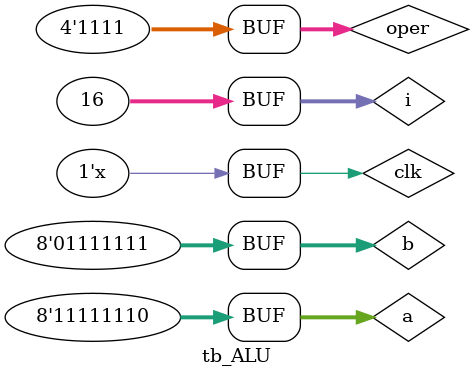
<source format=sv>
module sim;

    initial begin
        $dumpfile("dump.vcd");
        $dumpvars;
        #180
        $finish;
    end

endmodule

module tb_ALU;

    reg [7:0] a, b;
    reg [3:0] oper;
    reg clk;
    wire [7:0] resh, resl;
    wire [15:0] res;
    integer i;

    assign res = {resh, resl};

    ALU alu(.a(a), .b(b), .oper(oper), .clk(clk), .msb(resh), .lsb(resl));

    always #5 clk = ~clk;

    initial begin
        clk = 1'b0;
        #3
        a = 8'hFE;
        b = 8'h7F;
        for (i = 0; i <= 15; i = i + 1) begin
            #10
            oper = i;
        end
    end

endmodule

</source>
